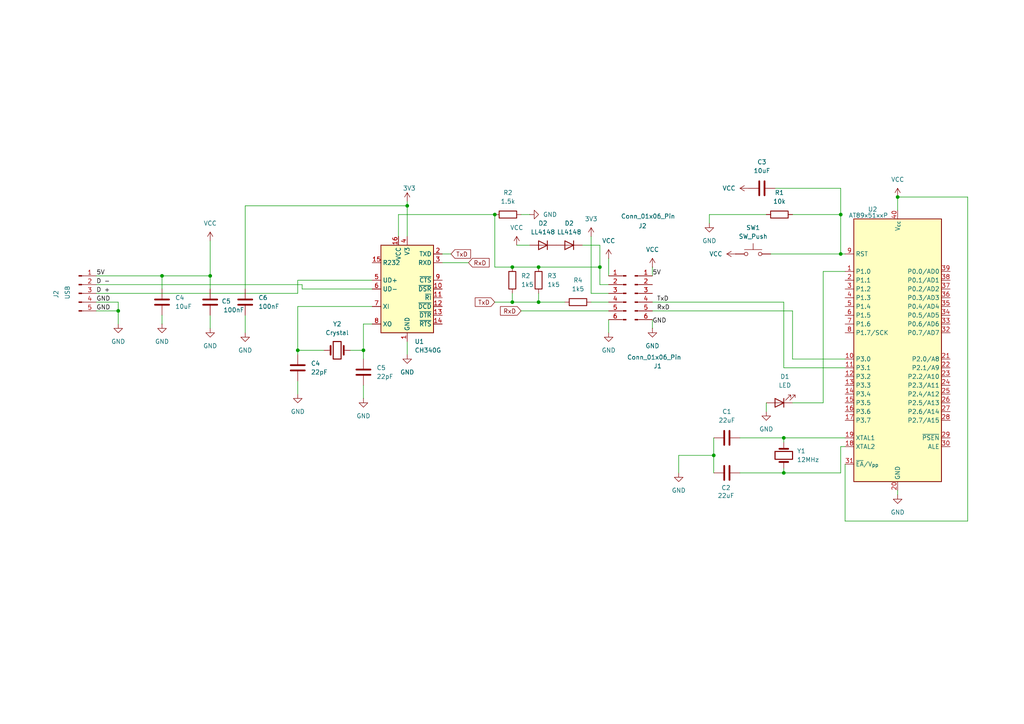
<source format=kicad_sch>
(kicad_sch (version 20250114) (generator "eeschema") (generator_version "9.0")
  (paper "A4")
  (lib_symbols
    (symbol "Connector:Conn_01x05_Pin" (pin_names (offset 1.016) (hide yes))
      (property "Reference" "J" (at 0 7.62 0))
      (property "Value" "Conn_01x05_Pin" (at 0 -7.62 0))
      (symbol "Conn_01x05_Pin_1_1"
        (rectangle (start 0.8636 5.207) (end 0 4.953) (stroke (width 0.1524)) (fill (type outline)))
        (rectangle (start 0.8636 2.667) (end 0 2.413) (stroke (width 0.1524)) (fill (type outline)))
        (rectangle (start 0.8636 0.127) (end 0 -0.127) (stroke (width 0.1524)) (fill (type outline)))
        (rectangle (start 0.8636 -2.413) (end 0 -2.667) (stroke (width 0.1524)) (fill (type outline)))
        (rectangle (start 0.8636 -4.953) (end 0 -5.207) (stroke (width 0.1524)) (fill (type outline)))
        (polyline (pts (xy 1.27 5.08) (xy 0.8636 5.08)) (stroke (width 0.1524)))
        (polyline (pts (xy 1.27 2.54) (xy 0.8636 2.54)) (stroke (width 0.1524)))
        (polyline (pts (xy 1.27 0) (xy 0.8636 0)) (stroke (width 0.1524)))
        (polyline (pts (xy 1.27 -2.54) (xy 0.8636 -2.54)) (stroke (width 0.1524)))
        (polyline (pts (xy 1.27 -5.08) (xy 0.8636 -5.08)) (stroke (width 0.1524)))
        (pin passive line (at 5.08 5.08 180) (length 3.81) (name "Pin_1") (number "1"))
        (pin passive line (at 5.08 2.54 180) (length 3.81) (name "Pin_2") (number "2"))
        (pin passive line (at 5.08 0 180) (length 3.81) (name "Pin_3") (number "3"))
        (pin passive line (at 5.08 -2.54 180) (length 3.81) (name "Pin_4") (number "4"))
        (pin passive line (at 5.08 -5.08 180) (length 3.81) (name "Pin_5") (number "5"))
      )
    )
    (symbol "Connector:Conn_01x06_Pin" (pin_names (offset 1.016) (hide yes))
      (property "Reference" "J" (at 0 7.62 0))
      (property "Value" "Conn_01x06_Pin" (at 0 -10.16 0))
      (symbol "Conn_01x06_Pin_1_1"
        (rectangle (start 0.8636 5.207) (end 0 4.953) (stroke (width 0.1524)) (fill (type outline)))
        (rectangle (start 0.8636 2.667) (end 0 2.413) (stroke (width 0.1524)) (fill (type outline)))
        (rectangle (start 0.8636 0.127) (end 0 -0.127) (stroke (width 0.1524)) (fill (type outline)))
        (rectangle (start 0.8636 -2.413) (end 0 -2.667) (stroke (width 0.1524)) (fill (type outline)))
        (rectangle (start 0.8636 -4.953) (end 0 -5.207) (stroke (width 0.1524)) (fill (type outline)))
        (rectangle (start 0.8636 -7.493) (end 0 -7.747) (stroke (width 0.1524)) (fill (type outline)))
        (polyline (pts (xy 1.27 5.08) (xy 0.8636 5.08)) (stroke (width 0.1524)))
        (polyline (pts (xy 1.27 2.54) (xy 0.8636 2.54)) (stroke (width 0.1524)))
        (polyline (pts (xy 1.27 0) (xy 0.8636 0)) (stroke (width 0.1524)))
        (polyline (pts (xy 1.27 -2.54) (xy 0.8636 -2.54)) (stroke (width 0.1524)))
        (polyline (pts (xy 1.27 -5.08) (xy 0.8636 -5.08)) (stroke (width 0.1524)))
        (polyline (pts (xy 1.27 -7.62) (xy 0.8636 -7.62)) (stroke (width 0.1524)))
        (pin passive line (at 5.08 5.08 180) (length 3.81) (name "Pin_1") (number "1"))
        (pin passive line (at 5.08 2.54 180) (length 3.81) (name "Pin_2") (number "2"))
        (pin passive line (at 5.08 0 180) (length 3.81) (name "Pin_3") (number "3"))
        (pin passive line (at 5.08 -2.54 180) (length 3.81) (name "Pin_4") (number "4"))
        (pin passive line (at 5.08 -5.08 180) (length 3.81) (name "Pin_5") (number "5"))
        (pin passive line (at 5.08 -7.62 180) (length 3.81) (name "Pin_6") (number "6"))
      )
    )
    (symbol "Device:C" (pin_numbers (hide yes)) (pin_names (offset 0.254))
      (property "Reference" "C" (at 0.635 2.54 0))
      (property "Value" "C" (at 0.635 -2.54 0))
      (symbol "C_0_1"
        (polyline (pts (xy -2.032 0.762) (xy 2.032 0.762)) (stroke (width 0.508)))
        (polyline (pts (xy -2.032 -0.762) (xy 2.032 -0.762)) (stroke (width 0.508)))
      )
      (symbol "C_1_1"
        (pin passive line (at 0 3.81 270) (length 2.794) (name "~") (number "1"))
        (pin passive line (at 0 -3.81 90) (length 2.794) (name "~") (number "2"))
      )
    )
    (symbol "Device:Crystal" (pin_numbers (hide yes)) (pin_names (offset 1.016) (hide yes))
      (property "Reference" "Y" (at 0 3.81 0))
      (property "Value" "Crystal" (at 0 -3.81 0))
      (symbol "Crystal_0_1"
        (polyline (pts (xy -2.54 0) (xy -1.905 0)))
        (polyline (pts (xy -1.905 -1.27) (xy -1.905 1.27)) (stroke (width 0.508)))
        (rectangle (start -1.143 2.54) (end 1.143 -2.54) (stroke (width 0.3048)))
        (polyline (pts (xy 1.905 -1.27) (xy 1.905 1.27)) (stroke (width 0.508)))
        (polyline (pts (xy 2.54 0) (xy 1.905 0)))
      )
      (symbol "Crystal_1_1"
        (pin passive line (at -3.81 0 0) (length 1.27) (name "1") (number "1"))
        (pin passive line (at 3.81 0 180) (length 1.27) (name "2") (number "2"))
      )
    )
    (symbol "Device:LED" (pin_numbers (hide yes)) (pin_names (offset 1.016) (hide yes))
      (property "Reference" "D" (at 0 2.54 0))
      (property "Value" "LED" (at 0 -2.54 0))
      (symbol "LED_0_1"
        (polyline (pts (xy -3.048 -0.762) (xy -4.572 -2.286) (xy -3.81 -2.286) (xy -4.572 -2.286) (xy -4.572 -1.524)))
        (polyline (pts (xy -1.778 -0.762) (xy -3.302 -2.286) (xy -2.54 -2.286) (xy -3.302 -2.286) (xy -3.302 -1.524)))
        (polyline (pts (xy -1.27 0) (xy 1.27 0)))
        (polyline (pts (xy -1.27 -1.27) (xy -1.27 1.27)) (stroke (width 0.254)))
        (polyline (pts (xy 1.27 -1.27) (xy 1.27 1.27) (xy -1.27 0) (xy 1.27 -1.27)) (stroke (width 0.254)))
      )
      (symbol "LED_1_1"
        (pin passive line (at -3.81 0 0) (length 2.54) (name "K") (number "1"))
        (pin passive line (at 3.81 0 180) (length 2.54) (name "A") (number "2"))
      )
    )
    (symbol "Device:R" (pin_numbers (hide yes)) (pin_names (offset 0))
      (property "Reference" "R" (at 2.032 0 90))
      (property "Value" "R" (at 0 0 90))
      (symbol "R_0_1"
        (rectangle (start -1.016 -2.54) (end 1.016 2.54) (stroke (width 0.254)))
      )
      (symbol "R_1_1"
        (pin passive line (at 0 3.81 270) (length 1.27) (name "~") (number "1"))
        (pin passive line (at 0 -3.81 90) (length 1.27) (name "~") (number "2"))
      )
    )
    (symbol "Diode:LL4148" (pin_numbers (hide yes)) (pin_names (hide yes))
      (property "Reference" "D" (at 0 2.54 0))
      (property "Value" "LL4148" (at 0 -2.54 0))
      (symbol "LL4148_0_1"
        (polyline (pts (xy -1.27 1.27) (xy -1.27 -1.27)) (stroke (width 0.254)))
        (polyline (pts (xy 1.27 1.27) (xy 1.27 -1.27) (xy -1.27 0) (xy 1.27 1.27)) (stroke (width 0.254)))
        (polyline (pts (xy 1.27 0) (xy -1.27 0)))
      )
      (symbol "LL4148_1_1"
        (pin passive line (at -3.81 0 0) (length 2.54) (name "K") (number "1"))
        (pin passive line (at 3.81 0 180) (length 2.54) (name "A") (number "2"))
      )
    )
    (symbol "Interface_USB:CH340G"
      (property "Reference" "U" (at -5.08 13.97 0))
      (property "Value" "CH340G" (at 1.27 13.97 0))
      (symbol "CH340G_0_1"
        (rectangle (start -7.62 12.7) (end 7.62 -12.7) (stroke (width 0.254)) (fill (type background)))
      )
      (symbol "CH340G_1_1"
        (pin input line (at -10.16 7.62 0) (length 2.54) (name "R232") (number "15"))
        (pin bidirectional line (at -10.16 2.54 0) (length 2.54) (name "UD+") (number "5"))
        (pin bidirectional line (at -10.16 0 0) (length 2.54) (name "UD-") (number "6"))
        (pin input line (at -10.16 -5.08 0) (length 2.54) (name "XI") (number "7"))
        (pin output line (at -10.16 -10.16 0) (length 2.54) (name "XO") (number "8"))
        (pin power_in line (at -2.54 15.24 270) (length 2.54) (name "VCC") (number "16"))
        (pin power_out line (at 0 15.24 270) (length 2.54) (name "V3") (number "4"))
        (pin power_in line (at 0 -15.24 90) (length 2.54) (name "GND") (number "1"))
        (pin output line (at 10.16 10.16 180) (length 2.54) (name "TXD") (number "2"))
        (pin input line (at 10.16 7.62 180) (length 2.54) (name "RXD") (number "3"))
        (pin input line (at 10.16 2.54 180) (length 2.54) (name "~{CTS}") (number "9"))
        (pin input line (at 10.16 0 180) (length 2.54) (name "~{DSR}") (number "10"))
        (pin input line (at 10.16 -2.54 180) (length 2.54) (name "~{RI}") (number "11"))
        (pin input line (at 10.16 -5.08 180) (length 2.54) (name "~{DCD}") (number "12"))
        (pin output line (at 10.16 -7.62 180) (length 2.54) (name "~{DTR}") (number "13"))
        (pin output line (at 10.16 -10.16 180) (length 2.54) (name "~{RTS}") (number "14"))
      )
    )
    (symbol "MCU_Microchip_8051:AT89x51xxP"
      (property "Reference" "U" (at 0 0 0))
      (property "Value" "AT89x51xxP" (at 0 0 0))
      (symbol "AT89x51xxP_1_0"
        (pin bidirectional line (at -15.24 17.78 0) (length 2.54) (name "P1.2") (number "3"))
      )
      (symbol "AT89x51xxP_1_1"
        (polyline (pts (xy -12.7 38.1) (xy 12.7 38.1) (xy 12.7 -38.1) (xy -12.7 -38.1) (xy -12.7 38.1)) (stroke (width 0.254)) (fill (type background)))
        (pin input line (at -15.24 27.94 0) (length 2.54) (name "RST") (number "9"))
        (pin bidirectional line (at -15.24 22.86 0) (length 2.54) (name "P1.0") (number "1"))
        (pin bidirectional line (at -15.24 20.32 0) (length 2.54) (name "P1.1") (number "2"))
        (pin bidirectional line (at -15.24 15.24 0) (length 2.54) (name "P1.3") (number "4"))
        (pin bidirectional line (at -15.24 12.7 0) (length 2.54) (name "P1.4") (number "5"))
        (pin bidirectional line (at -15.24 10.16 0) (length 2.54) (name "P1.5") (number "6"))
        (pin bidirectional line (at -15.24 7.62 0) (length 2.54) (name "P1.6") (number "7"))
        (pin bidirectional line (at -15.24 5.08 0) (length 2.54) (name "P1.7/SCK") (number "8"))
        (pin bidirectional line (at -15.24 -2.54 0) (length 2.54) (name "P3.0") (number "10"))
        (pin bidirectional line (at -15.24 -5.08 0) (length 2.54) (name "P3.1") (number "11"))
        (pin bidirectional line (at -15.24 -7.62 0) (length 2.54) (name "P3.2") (number "12"))
        (pin bidirectional line (at -15.24 -10.16 0) (length 2.54) (name "P3.3") (number "13"))
        (pin bidirectional line (at -15.24 -12.7 0) (length 2.54) (name "P3.4") (number "14"))
        (pin bidirectional line (at -15.24 -15.24 0) (length 2.54) (name "P3.5") (number "15"))
        (pin bidirectional line (at -15.24 -17.78 0) (length 2.54) (name "P3.6") (number "16"))
        (pin bidirectional line (at -15.24 -20.32 0) (length 2.54) (name "P3.7") (number "17"))
        (pin input line (at -15.24 -25.4 0) (length 2.54) (name "XTAL1") (number "19"))
        (pin input line (at -15.24 -27.94 0) (length 2.54) (name "XTAL2") (number "18"))
        (pin input line (at -15.24 -33.02 0) (length 2.54) (name "~{EA}/V_{pp}") (number "31"))
        (pin power_in line (at 0 40.64 270) (length 2.54) (name "V_{cc}") (number "40"))
        (pin power_in line (at 0 -40.64 90) (length 2.54) (name "GND") (number "20"))
        (pin bidirectional line (at 15.24 22.86 180) (length 2.54) (name "P0.0/AD0") (number "39"))
        (pin bidirectional line (at 15.24 20.32 180) (length 2.54) (name "P0.1/AD1") (number "38"))
        (pin bidirectional line (at 15.24 17.78 180) (length 2.54) (name "P0.2/AD2") (number "37"))
        (pin bidirectional line (at 15.24 15.24 180) (length 2.54) (name "P0.3/AD3") (number "36"))
        (pin bidirectional line (at 15.24 12.7 180) (length 2.54) (name "P0.4/AD4") (number "35"))
        (pin bidirectional line (at 15.24 10.16 180) (length 2.54) (name "P0.5/AD5") (number "34"))
        (pin bidirectional line (at 15.24 7.62 180) (length 2.54) (name "P0.6/AD6") (number "33"))
        (pin bidirectional line (at 15.24 5.08 180) (length 2.54) (name "P0.7/AD7") (number "32"))
        (pin bidirectional line (at 15.24 -2.54 180) (length 2.54) (name "P2.0/A8") (number "21"))
        (pin bidirectional line (at 15.24 -5.08 180) (length 2.54) (name "P2.1/A9") (number "22"))
        (pin bidirectional line (at 15.24 -7.62 180) (length 2.54) (name "P2.2/A10") (number "23"))
        (pin bidirectional line (at 15.24 -10.16 180) (length 2.54) (name "P2.3/A11") (number "24"))
        (pin bidirectional line (at 15.24 -12.7 180) (length 2.54) (name "P2.4/A12") (number "25"))
        (pin bidirectional line (at 15.24 -15.24 180) (length 2.54) (name "P2.5/A13") (number "26"))
        (pin bidirectional line (at 15.24 -17.78 180) (length 2.54) (name "P2.6/A14") (number "27"))
        (pin bidirectional line (at 15.24 -20.32 180) (length 2.54) (name "P2.7/A15") (number "28"))
        (pin output line (at 15.24 -25.4 180) (length 2.54) (name "~{PSEN}") (number "29"))
        (pin output line (at 15.24 -27.94 180) (length 2.54) (name "ALE") (number "30"))
      )
    )
    (symbol "Switch:SW_Push" (pin_numbers (hide yes)) (pin_names (offset 1.016) (hide yes))
      (property "Reference" "SW" (at 1.27 2.54 0))
      (property "Value" "SW_Push" (at 0 -1.524 0))
      (symbol "SW_Push_0_1"
        (circle (center -2.032 0) (radius 0.508))
        (polyline (pts (xy 0 1.27) (xy 0 3.048)))
        (circle (center 2.032 0) (radius 0.508))
        (polyline (pts (xy 2.54 1.27) (xy -2.54 1.27)))
        (pin passive line (at -5.08 0 0) (length 2.54) (name "1") (number "1"))
        (pin passive line (at 5.08 0 180) (length 2.54) (name "2") (number "2"))
      )
    )
    (symbol "power:GND" (power) (pin_numbers (hide yes)) (pin_names (offset 0) (hide yes))
      (property "Value" "GND" (at 0 -3.81 0))
      (symbol "GND_0_1"
        (polyline (pts (xy 0 0) (xy 0 -1.27) (xy 1.27 -1.27) (xy 0 -2.54) (xy -1.27 -1.27) (xy 0 -1.27)))
      )
      (symbol "GND_1_1"
        (pin power_in line (at 0 0 270) (length 0) (name "~") (number "1"))
      )
    )
    (symbol "power:VCC" (power) (pin_numbers (hide yes)) (pin_names (offset 0) (hide yes))
      (property "Value" "VCC" (at 0 3.556 0))
      (symbol "VCC_0_1"
        (polyline (pts (xy -0.762 1.27) (xy 0 2.54)))
        (polyline (pts (xy 0 2.54) (xy 0.762 1.27)))
        (polyline (pts (xy 0 0) (xy 0 2.54)))
      )
      (symbol "VCC_1_1"
        (pin power_in line (at 0 0 90) (length 0) (name "~") (number "1"))
      )
    )
  )
  (junction (at 243.84 62.23))
  (junction (at 243.84 73.66))
  (junction (at 227.33 137.16))
  (junction (at 46.99 80.01))
  (junction (at 86.36 101.6))
  (junction (at 105.41 101.6))
  (junction (at 148.59 77.47))
  (junction (at 156.21 87.63))
  (junction (at 60.96 80.01))
  (junction (at 34.29 90.17))
  (junction (at 156.21 77.47))
  (junction (at 227.33 127))
  (junction (at 260.35 57.15))
  (junction (at 148.59 87.63))
  (junction (at 173.99 77.47))
  (junction (at 143.51 62.23))
  (junction (at 207.01 132.08))
  (junction (at 118.11 59.69))
  (wire (pts (xy 224.79 54.61) (xy 243.84 54.61)))
  (wire (pts (xy 171.45 85.09) (xy 176.53 85.09)))
  (wire (pts (xy 105.41 101.6) (xy 105.41 104.14)))
  (wire (pts (xy 176.53 74.93) (xy 176.53 80.01)))
  (wire (pts (xy 156.21 87.63) (xy 163.83 87.63)))
  (wire (pts (xy 227.33 106.68) (xy 245.11 106.68)))
  (wire (pts (xy 115.57 68.58) (xy 115.57 62.23)))
  (wire (pts (xy 71.12 91.44) (xy 71.12 96.52)))
  (wire (pts (xy 229.87 104.14) (xy 245.11 104.14)))
  (wire (pts (xy 34.29 90.17) (xy 34.29 93.98)))
  (wire (pts (xy 46.99 80.01) (xy 60.96 80.01)))
  (wire (pts (xy 86.36 88.9) (xy 107.95 88.9)))
  (wire (pts (xy 260.35 57.15) (xy 280.67 57.15)))
  (wire (pts (xy 189.23 92.71) (xy 189.23 95.25)))
  (wire (pts (xy 171.45 87.63) (xy 176.53 87.63)))
  (wire (pts (xy 148.59 87.63) (xy 156.21 87.63)))
  (wire (pts (xy 156.21 77.47) (xy 173.99 77.47)))
  (wire (pts (xy 173.99 71.12) (xy 173.99 77.47)))
  (wire (pts (xy 173.99 77.47) (xy 173.99 82.55)))
  (wire (pts (xy 189.23 87.63) (xy 227.33 87.63)))
  (wire (pts (xy 196.85 137.16) (xy 196.85 132.08)))
  (wire (pts (xy 46.99 91.44) (xy 46.99 93.98)))
  (wire (pts (xy 260.35 57.15) (xy 260.35 60.96)))
  (wire (pts (xy 245.11 134.62) (xy 245.11 151.13)))
  (wire (pts (xy 86.36 101.6) (xy 93.98 101.6)))
  (wire (pts (xy 151.13 62.23) (xy 153.67 62.23)))
  (wire (pts (xy 86.36 81.28) (xy 86.36 85.09)))
  (wire (pts (xy 118.11 59.69) (xy 118.11 68.58)))
  (wire (pts (xy 60.96 91.44) (xy 60.96 95.25)))
  (wire (pts (xy 101.6 101.6) (xy 105.41 101.6)))
  (wire (pts (xy 214.63 137.16) (xy 227.33 137.16)))
  (wire (pts (xy 148.59 85.09) (xy 148.59 87.63)))
  (wire (pts (xy 151.13 90.17) (xy 176.53 90.17)))
  (wire (pts (xy 227.33 127) (xy 245.11 127)))
  (wire (pts (xy 60.96 80.01) (xy 60.96 83.82)))
  (wire (pts (xy 149.86 71.12) (xy 153.67 71.12)))
  (wire (pts (xy 245.11 151.13) (xy 280.67 151.13)))
  (wire (pts (xy 27.94 87.63) (xy 34.29 87.63)))
  (wire (pts (xy 207.01 132.08) (xy 207.01 137.16)))
  (wire (pts (xy 34.29 87.63) (xy 34.29 90.17)))
  (wire (pts (xy 60.96 69.85) (xy 60.96 80.01)))
  (wire (pts (xy 87.63 83.82) (xy 107.95 83.82)))
  (wire (pts (xy 105.41 111.76) (xy 105.41 115.57)))
  (wire (pts (xy 86.36 101.6) (xy 86.36 88.9)))
  (wire (pts (xy 46.99 80.01) (xy 46.99 83.82)))
  (wire (pts (xy 71.12 59.69) (xy 118.11 59.69)))
  (wire (pts (xy 156.21 85.09) (xy 156.21 87.63)))
  (wire (pts (xy 87.63 82.55) (xy 87.63 83.82)))
  (wire (pts (xy 238.76 116.84) (xy 229.87 116.84)))
  (wire (pts (xy 173.99 82.55) (xy 176.53 82.55)))
  (wire (pts (xy 143.51 77.47) (xy 148.59 77.47)))
  (wire (pts (xy 118.11 99.06) (xy 118.11 102.87)))
  (wire (pts (xy 260.35 142.24) (xy 260.35 143.51)))
  (wire (pts (xy 27.94 90.17) (xy 34.29 90.17)))
  (wire (pts (xy 148.59 77.47) (xy 156.21 77.47)))
  (wire (pts (xy 143.51 87.63) (xy 148.59 87.63)))
  (wire (pts (xy 27.94 82.55) (xy 87.63 82.55)))
  (wire (pts (xy 229.87 62.23) (xy 243.84 62.23)))
  (wire (pts (xy 227.33 135.89) (xy 227.33 137.16)))
  (wire (pts (xy 176.53 92.71) (xy 176.53 96.52)))
  (wire (pts (xy 107.95 81.28) (xy 86.36 81.28)))
  (wire (pts (xy 118.11 58.42) (xy 118.11 59.69)))
  (wire (pts (xy 227.33 87.63) (xy 227.33 106.68)))
  (wire (pts (xy 128.27 76.2) (xy 135.89 76.2)))
  (wire (pts (xy 115.57 62.23) (xy 143.51 62.23)))
  (wire (pts (xy 107.95 93.98) (xy 105.41 93.98)))
  (wire (pts (xy 214.63 127) (xy 227.33 127)))
  (wire (pts (xy 128.27 73.66) (xy 130.81 73.66)))
  (wire (pts (xy 243.84 129.54) (xy 245.11 129.54)))
  (wire (pts (xy 238.76 78.74) (xy 238.76 116.84)))
  (wire (pts (xy 243.84 137.16) (xy 243.84 129.54)))
  (wire (pts (xy 223.52 73.66) (xy 243.84 73.66)))
  (wire (pts (xy 245.11 78.74) (xy 238.76 78.74)))
  (wire (pts (xy 143.51 62.23) (xy 143.51 77.47)))
  (wire (pts (xy 27.94 80.01) (xy 46.99 80.01)))
  (wire (pts (xy 86.36 110.49) (xy 86.36 114.3)))
  (wire (pts (xy 280.67 151.13) (xy 280.67 57.15)))
  (wire (pts (xy 71.12 59.69) (xy 71.12 83.82)))
  (wire (pts (xy 196.85 132.08) (xy 207.01 132.08)))
  (wire (pts (xy 243.84 73.66) (xy 245.11 73.66)))
  (wire (pts (xy 205.74 62.23) (xy 222.25 62.23)))
  (wire (pts (xy 189.23 90.17) (xy 229.87 90.17)))
  (wire (pts (xy 229.87 90.17) (xy 229.87 104.14)))
  (wire (pts (xy 205.74 62.23) (xy 205.74 64.77)))
  (wire (pts (xy 189.23 77.47) (xy 189.23 80.01)))
  (wire (pts (xy 243.84 62.23) (xy 243.84 73.66)))
  (wire (pts (xy 168.91 71.12) (xy 173.99 71.12)))
  (wire (pts (xy 105.41 93.98) (xy 105.41 101.6)))
  (wire (pts (xy 222.25 116.84) (xy 222.25 119.38)))
  (wire (pts (xy 227.33 127) (xy 227.33 128.27)))
  (wire (pts (xy 227.33 137.16) (xy 243.84 137.16)))
  (wire (pts (xy 86.36 85.09) (xy 27.94 85.09)))
  (wire (pts (xy 171.45 68.58) (xy 171.45 85.09)))
  (wire (pts (xy 86.36 102.87) (xy 86.36 101.6)))
  (wire (pts (xy 207.01 127) (xy 207.01 132.08)))
  (wire (pts (xy 243.84 54.61) (xy 243.84 62.23)))
  (label "5V" (at 27.94 80.01 0))
  (label "5V" (at 189.23 80.01 0))
  (label "GND" (at 189.23 93.98 0))
  (label "TxD" (at 190.5 87.63 0))
  (label "GND" (at 27.94 87.63 0))
  (label "RxD" (at 190.5 90.17 0))
  (label "D +" (at 27.94 85.09 0))
  (label "GND" (at 27.94 90.17 0))
  (label "D -" (at 27.94 82.55 0))
  (global_label "RxD" (shape input) (at 151.13 90.17 180) (property "Intersheetrefs" "${INTERSHEET_REFS}" (effects (hide yes))))
  (global_label "TxD" (shape input) (at 143.51 87.63 180) (property "Intersheetrefs" "${INTERSHEET_REFS}" (effects (hide yes))))
  (global_label "TxD" (shape input) (at 130.81 73.66 0) (property "Intersheetrefs" "${INTERSHEET_REFS}" (effects (hide yes))))
  (global_label "RxD" (shape input) (at 135.89 76.2 0) (property "Intersheetrefs" "${INTERSHEET_REFS}" (effects (hide yes))))
  (symbol (lib_id "power:GND") (at 71.12 96.52 0) (unit 1)
    (property "Reference" "#PWR014" (effects (hide yes)))
    (property "Value" "GND" (at 71.12 101.6 0))
    (property "Description" "Power symbol creates a global label with name \"GND\" , ground" (effects (hide yes)))
  )
  (symbol (lib_id "Device:R") (at 226.06 62.23 90) (unit 1)
    (property "Reference" "R1" (at 226.06 55.88 90))
    (property "Value" "10k" (at 226.06 58.42 90))
    (property "Description" "Resistor" (effects (hide yes)))
  )
  (symbol (lib_id "power:GND") (at 260.35 143.51 0) (unit 1)
    (property "Reference" "#PWR01" (effects (hide yes)))
    (property "Value" "GND" (at 260.35 148.59 0))
    (property "Description" "Power symbol creates a global label with name \"GND\" , ground" (effects (hide yes)))
  )
  (symbol (lib_id "Device:C") (at 210.82 137.16 90) (unit 1)
    (property "Reference" "C2" (at 210.566 141.478 90))
    (property "Value" "22uF" (at 210.566 143.764 90))
    (property "Description" "Unpolarized capacitor" (effects (hide yes)))
  )
  (symbol (lib_id "power:GND") (at 176.53 96.52 0) (unit 1)
    (property "Reference" "#PWR011" (effects (hide yes)))
    (property "Value" "GND" (at 176.53 101.6 0))
    (property "Description" "Power symbol creates a global label with name \"GND\" , ground" (effects (hide yes)))
  )
  (symbol (lib_id "power:VCC") (at 213.36 73.66 90) (unit 1)
    (property "Reference" "#PWR010" (effects (hide yes)))
    (property "Value" "VCC" (at 209.55 73.6599 90) (effects (justify left)))
    (property "Description" "Power symbol creates a global label with name \"VCC\"" (effects (hide yes)))
  )
  (symbol (lib_id "Device:C") (at 60.96 87.63 0) (unit 1)
    (property "Reference" "C5" (at 64.262 87.376 0) (effects (justify left)))
    (property "Value" "100nF" (at 64.77 89.916 0) (effects (justify left)))
    (property "Description" "Unpolarized capacitor" (effects (hide yes)))
  )
  (symbol (lib_id "MCU_Microchip_8051:AT89x51xxP") (at 260.35 101.6 0) (unit 1)
    (property "Reference" "U2" (at 251.714 60.706 0) (effects (justify left)))
    (property "Value" "AT89x51xxP" (at 246.126 62.484 0) (effects (justify left)))
    (property "Footprint" "Package_DIP:DIP-40_W15.24mm" (effects (hide yes)))
    (property "Datasheet" "https://ww1.microchip.com/downloads/en/DeviceDoc/doc2487.pdf" (effects (hide yes)))
    (property "Description" "8-bit Microcontroller with 4K Bytes Flash, DIP-40" (effects (hide yes)))
  )
  (symbol (lib_id "Device:Crystal") (at 227.33 132.08 90) (unit 1)
    (property "Reference" "Y1" (at 231.14 130.8099 90) (effects (justify right)))
    (property "Value" "12MHz" (at 231.14 133.3499 90) (effects (justify right)))
    (property "Description" "Two pin crystal" (effects (hide yes)))
  )
  (symbol (lib_id "Device:LED") (at 226.06 116.84 180) (unit 1)
    (property "Reference" "D1" (at 227.6475 109.22 0))
    (property "Value" "LED" (at 227.6475 111.76 0))
    (property "Description" "Light emitting diode" (effects (hide yes)))
    (property "Sim.Pins" "1=K 2=A" (effects (hide yes)))
  )
  (symbol (lib_id "power:GND") (at 196.85 137.16 0) (unit 1)
    (property "Reference" "#PWR07" (effects (hide yes)))
    (property "Value" "GND" (at 196.85 142.24 0))
    (property "Description" "Power symbol creates a global label with name \"GND\" , ground" (effects (hide yes)))
  )
  (symbol (lib_id "Connector:Conn_01x06_Pin") (at 181.61 85.09 0) (mirror y) (unit 1)
    (property "Reference" "J2" (at 185.166 65.532 0) (effects (justify right)))
    (property "Value" "Conn_01x06_Pin" (at 180.086 62.738 0) (effects (justify right)))
    (property "Description" "Generic connector, single row, 01x06, script generated" (effects (hide yes)))
  )
  (symbol (lib_id "power:VCC") (at 171.45 68.58 0) (unit 1)
    (property "Reference" "#PWR014" (effects (hide yes)))
    (property "Value" "3V3" (at 171.45 63.5 0))
    (property "Description" "Power symbol creates a global label with name \"VCC\"" (effects (hide yes)))
  )
  (symbol (lib_id "Interface_USB:CH340G") (at 118.11 83.82 0) (unit 1)
    (property "Reference" "U1" (at 120.2533 99.06 0) (effects (justify left)))
    (property "Value" "CH340G" (at 120.2533 101.6 0) (effects (justify left)))
    (property "Footprint" "Package_SO:SOIC-16_3.9x9.9mm_P1.27mm" (effects (hide yes)))
    (property "Datasheet" "http://www.datasheet5.com/pdf-local-2195953" (effects (hide yes)))
    (property "Description" "USB serial converter, UART, SOIC-16" (effects (hide yes)))
  )
  (symbol (lib_id "Device:Crystal") (at 97.79 101.6 0) (unit 1)
    (property "Reference" "Y2" (at 97.79 93.98 0))
    (property "Value" "Crystal" (at 97.79 96.52 0))
    (property "Description" "Two pin crystal" (effects (hide yes)))
  )
  (symbol (lib_id "power:GND") (at 86.36 114.3 0) (unit 1)
    (property "Reference" "#PWR015" (effects (hide yes)))
    (property "Value" "GND" (at 86.36 119.38 0))
    (property "Description" "Power symbol creates a global label with name \"GND\" , ground" (effects (hide yes)))
  )
  (symbol (lib_id "power:VCC") (at 118.11 58.42 0) (unit 1)
    (property "Reference" "#PWR017" (effects (hide yes)))
    (property "Value" "3V3" (at 116.84 54.61 0) (effects (justify left)))
    (property "Description" "Power symbol creates a global label with name \"VCC\"" (effects (hide yes)))
  )
  (symbol (lib_id "power:VCC") (at 217.17 54.61 90) (unit 1)
    (property "Reference" "#PWR06" (effects (hide yes)))
    (property "Value" "VCC" (at 213.36 54.6099 90) (effects (justify left)))
    (property "Description" "Power symbol creates a global label with name \"VCC\"" (effects (hide yes)))
  )
  (symbol (lib_id "Diode:LL4148") (at 157.48 71.12 180) (unit 1)
    (property "Reference" "D2" (at 157.48 64.77 0))
    (property "Value" "LL4148" (at 157.48 67.31 0))
    (property "Footprint" "Diode_SMD:D_MiniMELF" (effects (hide yes)))
    (property "Datasheet" "http://www.vishay.com/docs/85557/ll4148.pdf" (effects (hide yes)))
    (property "Description" "100V 0.15A standard switching diode, MiniMELF" (effects (hide yes)))
    (property "Sim.Device" "D" (effects (hide yes)))
    (property "Sim.Pins" "1=K 2=A" (effects (hide yes)))
  )
  (symbol (lib_id "Device:C") (at 86.36 106.68 0) (unit 1)
    (property "Reference" "C4" (at 90.17 105.4099 0) (effects (justify left)))
    (property "Value" "22pF" (at 90.17 107.9499 0) (effects (justify left)))
    (property "Description" "Unpolarized capacitor" (effects (hide yes)))
  )
  (symbol (lib_id "power:GND") (at 105.41 115.57 0) (unit 1)
    (property "Reference" "#PWR016" (effects (hide yes)))
    (property "Value" "GND" (at 105.41 120.65 0))
    (property "Description" "Power symbol creates a global label with name \"GND\" , ground" (effects (hide yes)))
  )
  (symbol (lib_id "Device:C") (at 46.99 87.63 0) (unit 1)
    (property "Reference" "C4" (at 50.8 86.3599 0) (effects (justify left)))
    (property "Value" "10uF" (at 50.8 88.8999 0) (effects (justify left)))
    (property "Description" "Unpolarized capacitor" (effects (hide yes)))
  )
  (symbol (lib_id "Switch:SW_Push") (at 218.44 73.66 0) (unit 1)
    (property "Reference" "SW1" (at 218.44 66.04 0))
    (property "Value" "SW_Push" (at 218.44 68.58 0))
    (property "Description" "Push button switch, generic, two pins" (effects (hide yes)))
  )
  (symbol (lib_id "Diode:LL4148") (at 165.1 71.12 180) (unit 1)
    (property "Reference" "D2" (at 165.1 64.77 0))
    (property "Value" "LL4148" (at 165.1 67.31 0))
    (property "Footprint" "Diode_SMD:D_MiniMELF" (effects (hide yes)))
    (property "Datasheet" "http://www.vishay.com/docs/85557/ll4148.pdf" (effects (hide yes)))
    (property "Description" "100V 0.15A standard switching diode, MiniMELF" (effects (hide yes)))
    (property "Sim.Device" "D" (effects (hide yes)))
    (property "Sim.Pins" "1=K 2=A" (effects (hide yes)))
  )
  (symbol (lib_id "power:GND") (at 34.29 93.98 0) (unit 1)
    (property "Reference" "#PWR09" (effects (hide yes)))
    (property "Value" "GND" (at 34.29 99.06 0))
    (property "Description" "Power symbol creates a global label with name \"GND\" , ground" (effects (hide yes)))
  )
  (symbol (lib_id "Device:C") (at 220.98 54.61 90) (unit 1)
    (property "Reference" "C3" (at 220.98 46.99 90))
    (property "Value" "10uF" (at 220.98 49.53 90))
    (property "Description" "Unpolarized capacitor" (effects (hide yes)))
  )
  (symbol (lib_id "Device:C") (at 105.41 107.95 0) (unit 1)
    (property "Reference" "C5" (at 109.22 106.6799 0) (effects (justify left)))
    (property "Value" "22pF" (at 109.22 109.2199 0) (effects (justify left)))
    (property "Description" "Unpolarized capacitor" (effects (hide yes)))
  )
  (symbol (lib_id "power:GND") (at 118.11 102.87 0) (unit 1)
    (property "Reference" "#PWR09" (effects (hide yes)))
    (property "Value" "GND" (at 118.11 107.95 0))
    (property "Description" "Power symbol creates a global label with name \"GND\" , ground" (effects (hide yes)))
  )
  (symbol (lib_id "Connector:Conn_01x05_Pin") (at 22.86 85.09 0) (unit 1)
    (property "Reference" "J2" (at 16.256 85.344 90))
    (property "Value" "USB" (at 19.558 84.836 90))
    (property "Description" "Generic connector, single row, 01x05, script generated" (effects (hide yes)))
  )
  (symbol (lib_id "power:GND") (at 60.96 95.25 0) (unit 1)
    (property "Reference" "#PWR013" (effects (hide yes)))
    (property "Value" "GND" (at 60.96 100.33 0))
    (property "Description" "Power symbol creates a global label with name \"GND\" , ground" (effects (hide yes)))
  )
  (symbol (lib_id "power:GND") (at 46.99 93.98 0) (unit 1)
    (property "Reference" "#PWR011" (effects (hide yes)))
    (property "Value" "GND" (at 46.99 99.06 0))
    (property "Description" "Power symbol creates a global label with name \"GND\" , ground" (effects (hide yes)))
  )
  (symbol (lib_id "power:GND") (at 189.23 95.25 0) (unit 1)
    (property "Reference" "#PWR02" (effects (hide yes)))
    (property "Value" "GND" (at 189.23 100.33 0))
    (property "Description" "Power symbol creates a global label with name \"GND\" , ground" (effects (hide yes)))
  )
  (symbol (lib_id "Device:R") (at 148.59 81.28 0) (unit 1)
    (property "Reference" "R2" (at 151.13 80.0099 0) (effects (justify left)))
    (property "Value" "1k5" (at 151.13 82.5499 0) (effects (justify left)))
    (property "Description" "Resistor" (effects (hide yes)))
  )
  (symbol (lib_id "power:GND") (at 222.25 119.38 0) (unit 1)
    (property "Reference" "#PWR05" (effects (hide yes)))
    (property "Value" "GND" (at 222.25 124.46 0))
    (property "Description" "Power symbol creates a global label with name \"GND\" , ground" (effects (hide yes)))
  )
  (symbol (lib_id "power:GND") (at 153.67 62.23 90) (unit 1)
    (property "Reference" "#PWR018" (effects (hide yes)))
    (property "Value" "GND" (at 157.48 62.2299 90) (effects (justify right)))
    (property "Description" "Power symbol creates a global label with name \"GND\" , ground" (effects (hide yes)))
  )
  (symbol (lib_id "Device:C") (at 210.82 127 90) (unit 1)
    (property "Reference" "C1" (at 210.82 119.38 90))
    (property "Value" "22uF" (at 210.82 121.92 90))
    (property "Description" "Unpolarized capacitor" (effects (hide yes)))
  )
  (symbol (lib_id "power:VCC") (at 60.96 69.85 0) (unit 1)
    (property "Reference" "#PWR012" (effects (hide yes)))
    (property "Value" "VCC" (at 60.96 64.77 0))
    (property "Description" "Power symbol creates a global label with name \"VCC\"" (effects (hide yes)))
  )
  (symbol (lib_id "power:VCC") (at 149.86 71.12 0) (unit 1)
    (property "Reference" "#PWR013" (effects (hide yes)))
    (property "Value" "VCC" (at 149.86 66.04 0))
    (property "Description" "Power symbol creates a global label with name \"VCC\"" (effects (hide yes)))
  )
  (symbol (lib_id "power:VCC") (at 260.35 57.15 0) (unit 1)
    (property "Reference" "#PWR03" (effects (hide yes)))
    (property "Value" "VCC" (at 260.35 52.07 0))
    (property "Description" "Power symbol creates a global label with name \"VCC\"" (effects (hide yes)))
  )
  (symbol (lib_id "Device:C") (at 71.12 87.63 0) (unit 1)
    (property "Reference" "C6" (at 74.93 86.3599 0) (effects (justify left)))
    (property "Value" "100nF" (at 74.93 88.8999 0) (effects (justify left)))
    (property "Description" "Unpolarized capacitor" (effects (hide yes)))
  )
  (symbol (lib_id "Device:R") (at 167.64 87.63 90) (unit 1)
    (property "Reference" "R4" (at 167.64 81.28 90))
    (property "Value" "1k5" (at 167.64 83.82 90))
    (property "Description" "Resistor" (effects (hide yes)))
  )
  (symbol (lib_id "Connector:Conn_01x06_Pin") (at 184.15 85.09 0) (unit 1)
    (property "Reference" "J1" (at 190.754 106.172 0))
    (property "Value" "Conn_01x06_Pin" (at 189.738 103.632 0))
    (property "Description" "Generic connector, single row, 01x06, script generated" (effects (hide yes)))
  )
  (symbol (lib_id "Device:R") (at 147.32 62.23 90) (unit 1)
    (property "Reference" "R2" (at 147.32 55.88 90))
    (property "Value" "1.5k" (at 147.32 58.42 90))
    (property "Description" "Resistor" (effects (hide yes)))
  )
  (symbol (lib_id "Device:R") (at 156.21 81.28 0) (unit 1)
    (property "Reference" "R3" (at 158.75 80.0099 0) (effects (justify left)))
    (property "Value" "1k5" (at 158.75 82.5499 0) (effects (justify left)))
    (property "Description" "Resistor" (effects (hide yes)))
  )
  (symbol (lib_id "power:VCC") (at 176.53 74.93 0) (unit 1)
    (property "Reference" "#PWR012" (effects (hide yes)))
    (property "Value" "VCC" (at 176.53 69.85 0))
    (property "Description" "Power symbol creates a global label with name \"VCC\"" (effects (hide yes)))
  )
  (symbol (lib_id "power:GND") (at 205.74 64.77 0) (unit 1)
    (property "Reference" "#PWR08" (effects (hide yes)))
    (property "Value" "GND" (at 205.74 69.85 0))
    (property "Description" "Power symbol creates a global label with name \"GND\" , ground" (effects (hide yes)))
  )
  (symbol (lib_id "power:VCC") (at 189.23 77.47 0) (unit 1)
    (property "Reference" "#PWR04" (effects (hide yes)))
    (property "Value" "VCC" (at 189.23 72.39 0))
    (property "Description" "Power symbol creates a global label with name \"VCC\"" (effects (hide yes)))
  )
)
</source>
